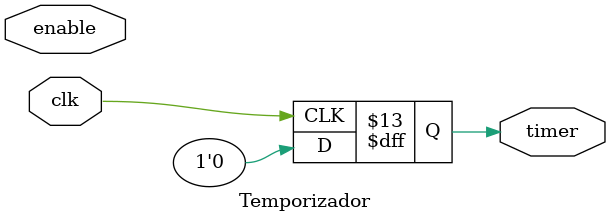
<source format=v>
module Temporizador(
  input clk,
  input enable,
  output reg timer
);

  reg [2:0] contador;
  
  always @(posedge clk) begin
    if (enable) begin
      contador <= contador + 1;
      if (contador == 8)
        timer <= 1;
      else
        timer <= 0;
    end
    else begin
      contador <= 0;
      timer <= 0;
    end
  end
  
endmodule
</source>
